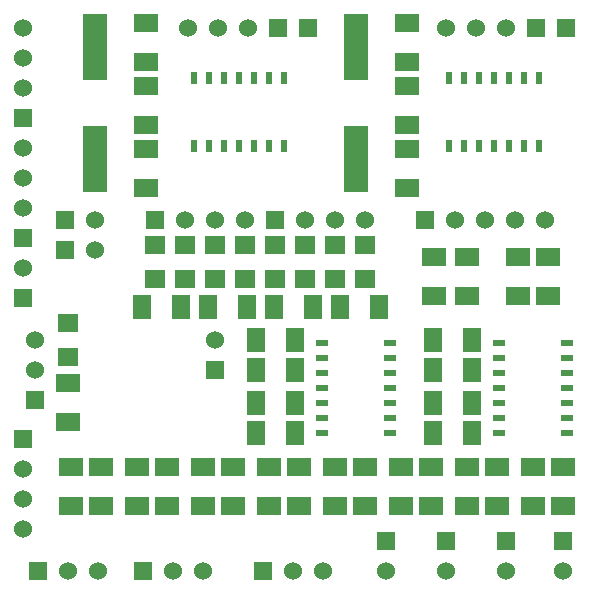
<source format=gts>
G04 (created by PCBNEW (2013-07-07 BZR 4022)-stable) date 07/03/2014 16:09:31*
%MOIN*%
G04 Gerber Fmt 3.4, Leading zero omitted, Abs format*
%FSLAX34Y34*%
G01*
G70*
G90*
G04 APERTURE LIST*
%ADD10C,0.00590551*%
%ADD11R,0.019685X0.0393701*%
%ADD12R,0.0393701X0.019685*%
%ADD13R,0.0826772X0.220472*%
%ADD14R,0.08X0.06*%
%ADD15R,0.06X0.08*%
%ADD16R,0.06X0.06*%
%ADD17C,0.06*%
%ADD18R,0.0709X0.0629*%
G04 APERTURE END LIST*
G54D10*
G54D11*
X20300Y-16531D03*
X20800Y-16531D03*
X21300Y-16531D03*
X21800Y-16531D03*
X22300Y-16531D03*
X22800Y-16531D03*
X23300Y-16531D03*
X21300Y-14268D03*
X20800Y-14268D03*
X20300Y-14268D03*
X23300Y-14268D03*
X22800Y-14268D03*
X22300Y-14268D03*
X21800Y-14268D03*
G54D12*
X32731Y-26100D03*
X32731Y-25600D03*
X32731Y-25100D03*
X32731Y-24600D03*
X32731Y-24100D03*
X32731Y-23600D03*
X32731Y-23100D03*
X30468Y-25100D03*
X30468Y-25600D03*
X30468Y-26100D03*
X30468Y-23100D03*
X30468Y-23600D03*
X30468Y-24100D03*
X30468Y-24600D03*
X26831Y-26100D03*
X26831Y-25600D03*
X26831Y-25100D03*
X26831Y-24600D03*
X26831Y-24100D03*
X26831Y-23600D03*
X26831Y-23100D03*
X24568Y-25100D03*
X24568Y-25600D03*
X24568Y-26100D03*
X24568Y-23100D03*
X24568Y-23600D03*
X24568Y-24100D03*
X24568Y-24600D03*
G54D11*
X28800Y-16531D03*
X29300Y-16531D03*
X29800Y-16531D03*
X30300Y-16531D03*
X30800Y-16531D03*
X31300Y-16531D03*
X31800Y-16531D03*
X29800Y-14268D03*
X29300Y-14268D03*
X28800Y-14268D03*
X31800Y-14268D03*
X31300Y-14268D03*
X30800Y-14268D03*
X30300Y-14268D03*
G54D13*
X17000Y-13229D03*
X17000Y-16970D03*
X25700Y-13229D03*
X25700Y-16970D03*
G54D14*
X16200Y-27250D03*
X16200Y-28550D03*
G54D15*
X28250Y-25100D03*
X29550Y-25100D03*
X29550Y-26100D03*
X28250Y-26100D03*
X22350Y-23000D03*
X23650Y-23000D03*
X23650Y-24000D03*
X22350Y-24000D03*
X22350Y-25100D03*
X23650Y-25100D03*
X23650Y-26100D03*
X22350Y-26100D03*
G54D14*
X18400Y-27250D03*
X18400Y-28550D03*
X19400Y-28550D03*
X19400Y-27250D03*
X17200Y-28550D03*
X17200Y-27250D03*
X20600Y-27250D03*
X20600Y-28550D03*
X21600Y-28550D03*
X21600Y-27250D03*
X22800Y-27250D03*
X22800Y-28550D03*
X23800Y-28550D03*
X23800Y-27250D03*
X30400Y-27250D03*
X30400Y-28550D03*
G54D15*
X29550Y-24000D03*
X28250Y-24000D03*
G54D14*
X18700Y-17950D03*
X18700Y-16650D03*
X18700Y-12450D03*
X18700Y-13750D03*
X27400Y-14550D03*
X27400Y-15850D03*
X27400Y-17950D03*
X27400Y-16650D03*
X27400Y-12450D03*
X27400Y-13750D03*
X18700Y-14550D03*
X18700Y-15850D03*
X31600Y-28550D03*
X31600Y-27250D03*
X29400Y-28550D03*
X29400Y-27250D03*
X32600Y-27250D03*
X32600Y-28550D03*
X27200Y-28550D03*
X27200Y-27250D03*
X28200Y-27250D03*
X28200Y-28550D03*
X25000Y-28550D03*
X25000Y-27250D03*
X26000Y-27250D03*
X26000Y-28550D03*
G54D15*
X28250Y-23000D03*
X29550Y-23000D03*
G54D16*
X28000Y-19000D03*
G54D17*
X29000Y-19000D03*
X30000Y-19000D03*
X31000Y-19000D03*
X32000Y-19000D03*
G54D16*
X23100Y-12600D03*
G54D17*
X22100Y-12600D03*
X21100Y-12600D03*
X20100Y-12600D03*
G54D16*
X31700Y-12600D03*
G54D17*
X30700Y-12600D03*
X29700Y-12600D03*
X28700Y-12600D03*
G54D16*
X14600Y-15600D03*
G54D17*
X14600Y-14600D03*
X14600Y-13600D03*
X14600Y-12600D03*
G54D16*
X23000Y-19000D03*
G54D17*
X24000Y-19000D03*
X25000Y-19000D03*
X26000Y-19000D03*
G54D16*
X19000Y-19000D03*
G54D17*
X20000Y-19000D03*
X21000Y-19000D03*
X22000Y-19000D03*
G54D16*
X14600Y-19600D03*
G54D17*
X14600Y-18600D03*
X14600Y-17600D03*
X14600Y-16600D03*
G54D16*
X15100Y-30700D03*
G54D17*
X16100Y-30700D03*
X17100Y-30700D03*
G54D16*
X22600Y-30700D03*
G54D17*
X23600Y-30700D03*
X24600Y-30700D03*
G54D16*
X18600Y-30700D03*
G54D17*
X19600Y-30700D03*
X20600Y-30700D03*
G54D16*
X30700Y-29700D03*
G54D17*
X30700Y-30700D03*
G54D16*
X28700Y-29700D03*
G54D17*
X28700Y-30700D03*
G54D16*
X26700Y-29700D03*
G54D17*
X26700Y-30700D03*
G54D16*
X32600Y-29700D03*
G54D17*
X32600Y-30700D03*
G54D16*
X16000Y-20000D03*
G54D17*
X17000Y-20000D03*
G54D16*
X16000Y-19000D03*
G54D17*
X17000Y-19000D03*
G54D16*
X21000Y-24000D03*
G54D17*
X21000Y-23000D03*
G54D16*
X32700Y-12600D03*
X24100Y-12600D03*
X15000Y-25000D03*
G54D17*
X15000Y-24000D03*
X15000Y-23000D03*
G54D14*
X31100Y-21550D03*
X31100Y-20250D03*
X32100Y-21550D03*
X32100Y-20250D03*
X29400Y-21550D03*
X29400Y-20250D03*
X28300Y-21550D03*
X28300Y-20250D03*
G54D16*
X14600Y-26300D03*
G54D17*
X14600Y-27300D03*
X14600Y-28300D03*
X14600Y-29300D03*
G54D14*
X16100Y-25750D03*
X16100Y-24450D03*
G54D16*
X14600Y-21600D03*
G54D17*
X14600Y-20600D03*
G54D18*
X16100Y-22441D03*
X16100Y-23559D03*
G54D15*
X22050Y-21900D03*
X20750Y-21900D03*
X26450Y-21900D03*
X25150Y-21900D03*
X22950Y-21900D03*
X24250Y-21900D03*
X18550Y-21900D03*
X19850Y-21900D03*
G54D18*
X22000Y-19841D03*
X22000Y-20959D03*
X21000Y-19841D03*
X21000Y-20959D03*
X26000Y-19841D03*
X26000Y-20959D03*
X25000Y-19841D03*
X25000Y-20959D03*
X20000Y-19841D03*
X20000Y-20959D03*
X19000Y-19841D03*
X19000Y-20959D03*
X24000Y-19841D03*
X24000Y-20959D03*
X23000Y-19841D03*
X23000Y-20959D03*
M02*

</source>
